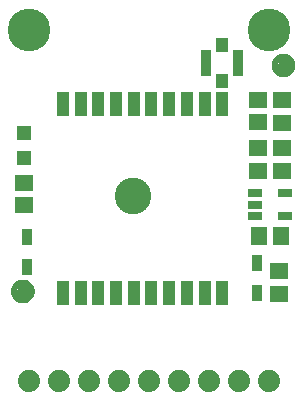
<source format=gbr>
G04 EAGLE Gerber RS-274X export*
G75*
%MOMM*%
%FSLAX34Y34*%
%LPD*%
%INSoldermask Top*%
%IPPOS*%
%AMOC8*
5,1,8,0,0,1.08239X$1,22.5*%
G01*
%ADD10R,1.101600X2.101600*%
%ADD11C,3.101600*%
%ADD12R,1.301600X0.651600*%
%ADD13R,1.301600X1.301600*%
%ADD14R,1.601600X1.341600*%
%ADD15C,3.617600*%
%ADD16R,1.341600X1.601600*%
%ADD17R,0.901600X1.451600*%
%ADD18C,1.101600*%
%ADD19C,0.500000*%
%ADD20R,0.951600X2.301600*%
%ADD21R,1.101600X1.151600*%
%ADD22C,1.879600*%


D10*
X54420Y95260D03*
X69420Y95260D03*
X84420Y95260D03*
X99420Y95260D03*
X114420Y95260D03*
X129420Y95260D03*
X144420Y95260D03*
X159420Y95260D03*
X174420Y95260D03*
X189420Y95260D03*
X189420Y255260D03*
X174420Y255260D03*
X159420Y255260D03*
X144420Y255260D03*
X129420Y255260D03*
X114420Y255260D03*
X99420Y255260D03*
X84420Y255260D03*
X69420Y255260D03*
X54420Y255260D03*
D11*
X113920Y177260D03*
D12*
X216869Y179440D03*
X216869Y169940D03*
X216869Y160440D03*
X242871Y160440D03*
X242871Y179440D03*
D13*
X21830Y209210D03*
X21830Y230210D03*
D14*
X21350Y169570D03*
X21350Y188570D03*
X219710Y239660D03*
X219710Y258660D03*
X219710Y217540D03*
X219710Y198540D03*
X240030Y239180D03*
X240030Y258180D03*
X240030Y198540D03*
X240030Y217540D03*
D15*
X25400Y317500D03*
X228600Y317500D03*
D16*
X220370Y143270D03*
X239370Y143270D03*
D17*
X218440Y95250D03*
X218440Y120650D03*
D14*
X237250Y94640D03*
X237250Y113640D03*
D18*
X241300Y287655D03*
D19*
X241300Y295155D02*
X241119Y295153D01*
X240938Y295146D01*
X240757Y295135D01*
X240576Y295120D01*
X240396Y295100D01*
X240216Y295076D01*
X240037Y295048D01*
X239859Y295015D01*
X239682Y294978D01*
X239505Y294937D01*
X239330Y294892D01*
X239155Y294842D01*
X238982Y294788D01*
X238811Y294730D01*
X238640Y294668D01*
X238472Y294601D01*
X238305Y294531D01*
X238139Y294457D01*
X237976Y294378D01*
X237815Y294296D01*
X237655Y294210D01*
X237498Y294120D01*
X237343Y294026D01*
X237190Y293929D01*
X237040Y293827D01*
X236892Y293723D01*
X236746Y293614D01*
X236604Y293503D01*
X236464Y293387D01*
X236327Y293269D01*
X236192Y293147D01*
X236061Y293022D01*
X235933Y292894D01*
X235808Y292763D01*
X235686Y292628D01*
X235568Y292491D01*
X235452Y292351D01*
X235341Y292209D01*
X235232Y292063D01*
X235128Y291915D01*
X235026Y291765D01*
X234929Y291612D01*
X234835Y291457D01*
X234745Y291300D01*
X234659Y291140D01*
X234577Y290979D01*
X234498Y290816D01*
X234424Y290650D01*
X234354Y290483D01*
X234287Y290315D01*
X234225Y290144D01*
X234167Y289973D01*
X234113Y289800D01*
X234063Y289625D01*
X234018Y289450D01*
X233977Y289273D01*
X233940Y289096D01*
X233907Y288918D01*
X233879Y288739D01*
X233855Y288559D01*
X233835Y288379D01*
X233820Y288198D01*
X233809Y288017D01*
X233802Y287836D01*
X233800Y287655D01*
X241300Y295155D02*
X241481Y295153D01*
X241662Y295146D01*
X241843Y295135D01*
X242024Y295120D01*
X242204Y295100D01*
X242384Y295076D01*
X242563Y295048D01*
X242741Y295015D01*
X242918Y294978D01*
X243095Y294937D01*
X243270Y294892D01*
X243445Y294842D01*
X243618Y294788D01*
X243789Y294730D01*
X243960Y294668D01*
X244128Y294601D01*
X244295Y294531D01*
X244461Y294457D01*
X244624Y294378D01*
X244785Y294296D01*
X244945Y294210D01*
X245102Y294120D01*
X245257Y294026D01*
X245410Y293929D01*
X245560Y293827D01*
X245708Y293723D01*
X245854Y293614D01*
X245996Y293503D01*
X246136Y293387D01*
X246273Y293269D01*
X246408Y293147D01*
X246539Y293022D01*
X246667Y292894D01*
X246792Y292763D01*
X246914Y292628D01*
X247032Y292491D01*
X247148Y292351D01*
X247259Y292209D01*
X247368Y292063D01*
X247472Y291915D01*
X247574Y291765D01*
X247671Y291612D01*
X247765Y291457D01*
X247855Y291300D01*
X247941Y291140D01*
X248023Y290979D01*
X248102Y290816D01*
X248176Y290650D01*
X248246Y290483D01*
X248313Y290315D01*
X248375Y290144D01*
X248433Y289973D01*
X248487Y289800D01*
X248537Y289625D01*
X248582Y289450D01*
X248623Y289273D01*
X248660Y289096D01*
X248693Y288918D01*
X248721Y288739D01*
X248745Y288559D01*
X248765Y288379D01*
X248780Y288198D01*
X248791Y288017D01*
X248798Y287836D01*
X248800Y287655D01*
X248798Y287474D01*
X248791Y287293D01*
X248780Y287112D01*
X248765Y286931D01*
X248745Y286751D01*
X248721Y286571D01*
X248693Y286392D01*
X248660Y286214D01*
X248623Y286037D01*
X248582Y285860D01*
X248537Y285685D01*
X248487Y285510D01*
X248433Y285337D01*
X248375Y285166D01*
X248313Y284995D01*
X248246Y284827D01*
X248176Y284660D01*
X248102Y284494D01*
X248023Y284331D01*
X247941Y284170D01*
X247855Y284010D01*
X247765Y283853D01*
X247671Y283698D01*
X247574Y283545D01*
X247472Y283395D01*
X247368Y283247D01*
X247259Y283101D01*
X247148Y282959D01*
X247032Y282819D01*
X246914Y282682D01*
X246792Y282547D01*
X246667Y282416D01*
X246539Y282288D01*
X246408Y282163D01*
X246273Y282041D01*
X246136Y281923D01*
X245996Y281807D01*
X245854Y281696D01*
X245708Y281587D01*
X245560Y281483D01*
X245410Y281381D01*
X245257Y281284D01*
X245102Y281190D01*
X244945Y281100D01*
X244785Y281014D01*
X244624Y280932D01*
X244461Y280853D01*
X244295Y280779D01*
X244128Y280709D01*
X243960Y280642D01*
X243789Y280580D01*
X243618Y280522D01*
X243445Y280468D01*
X243270Y280418D01*
X243095Y280373D01*
X242918Y280332D01*
X242741Y280295D01*
X242563Y280262D01*
X242384Y280234D01*
X242204Y280210D01*
X242024Y280190D01*
X241843Y280175D01*
X241662Y280164D01*
X241481Y280157D01*
X241300Y280155D01*
X241119Y280157D01*
X240938Y280164D01*
X240757Y280175D01*
X240576Y280190D01*
X240396Y280210D01*
X240216Y280234D01*
X240037Y280262D01*
X239859Y280295D01*
X239682Y280332D01*
X239505Y280373D01*
X239330Y280418D01*
X239155Y280468D01*
X238982Y280522D01*
X238811Y280580D01*
X238640Y280642D01*
X238472Y280709D01*
X238305Y280779D01*
X238139Y280853D01*
X237976Y280932D01*
X237815Y281014D01*
X237655Y281100D01*
X237498Y281190D01*
X237343Y281284D01*
X237190Y281381D01*
X237040Y281483D01*
X236892Y281587D01*
X236746Y281696D01*
X236604Y281807D01*
X236464Y281923D01*
X236327Y282041D01*
X236192Y282163D01*
X236061Y282288D01*
X235933Y282416D01*
X235808Y282547D01*
X235686Y282682D01*
X235568Y282819D01*
X235452Y282959D01*
X235341Y283101D01*
X235232Y283247D01*
X235128Y283395D01*
X235026Y283545D01*
X234929Y283698D01*
X234835Y283853D01*
X234745Y284010D01*
X234659Y284170D01*
X234577Y284331D01*
X234498Y284494D01*
X234424Y284660D01*
X234354Y284827D01*
X234287Y284995D01*
X234225Y285166D01*
X234167Y285337D01*
X234113Y285510D01*
X234063Y285685D01*
X234018Y285860D01*
X233977Y286037D01*
X233940Y286214D01*
X233907Y286392D01*
X233879Y286571D01*
X233855Y286751D01*
X233835Y286931D01*
X233820Y287112D01*
X233809Y287293D01*
X233802Y287474D01*
X233800Y287655D01*
D18*
X20550Y96335D03*
D19*
X20550Y103835D02*
X20369Y103833D01*
X20188Y103826D01*
X20007Y103815D01*
X19826Y103800D01*
X19646Y103780D01*
X19466Y103756D01*
X19287Y103728D01*
X19109Y103695D01*
X18932Y103658D01*
X18755Y103617D01*
X18580Y103572D01*
X18405Y103522D01*
X18232Y103468D01*
X18061Y103410D01*
X17890Y103348D01*
X17722Y103281D01*
X17555Y103211D01*
X17389Y103137D01*
X17226Y103058D01*
X17065Y102976D01*
X16905Y102890D01*
X16748Y102800D01*
X16593Y102706D01*
X16440Y102609D01*
X16290Y102507D01*
X16142Y102403D01*
X15996Y102294D01*
X15854Y102183D01*
X15714Y102067D01*
X15577Y101949D01*
X15442Y101827D01*
X15311Y101702D01*
X15183Y101574D01*
X15058Y101443D01*
X14936Y101308D01*
X14818Y101171D01*
X14702Y101031D01*
X14591Y100889D01*
X14482Y100743D01*
X14378Y100595D01*
X14276Y100445D01*
X14179Y100292D01*
X14085Y100137D01*
X13995Y99980D01*
X13909Y99820D01*
X13827Y99659D01*
X13748Y99496D01*
X13674Y99330D01*
X13604Y99163D01*
X13537Y98995D01*
X13475Y98824D01*
X13417Y98653D01*
X13363Y98480D01*
X13313Y98305D01*
X13268Y98130D01*
X13227Y97953D01*
X13190Y97776D01*
X13157Y97598D01*
X13129Y97419D01*
X13105Y97239D01*
X13085Y97059D01*
X13070Y96878D01*
X13059Y96697D01*
X13052Y96516D01*
X13050Y96335D01*
X20550Y103835D02*
X20731Y103833D01*
X20912Y103826D01*
X21093Y103815D01*
X21274Y103800D01*
X21454Y103780D01*
X21634Y103756D01*
X21813Y103728D01*
X21991Y103695D01*
X22168Y103658D01*
X22345Y103617D01*
X22520Y103572D01*
X22695Y103522D01*
X22868Y103468D01*
X23039Y103410D01*
X23210Y103348D01*
X23378Y103281D01*
X23545Y103211D01*
X23711Y103137D01*
X23874Y103058D01*
X24035Y102976D01*
X24195Y102890D01*
X24352Y102800D01*
X24507Y102706D01*
X24660Y102609D01*
X24810Y102507D01*
X24958Y102403D01*
X25104Y102294D01*
X25246Y102183D01*
X25386Y102067D01*
X25523Y101949D01*
X25658Y101827D01*
X25789Y101702D01*
X25917Y101574D01*
X26042Y101443D01*
X26164Y101308D01*
X26282Y101171D01*
X26398Y101031D01*
X26509Y100889D01*
X26618Y100743D01*
X26722Y100595D01*
X26824Y100445D01*
X26921Y100292D01*
X27015Y100137D01*
X27105Y99980D01*
X27191Y99820D01*
X27273Y99659D01*
X27352Y99496D01*
X27426Y99330D01*
X27496Y99163D01*
X27563Y98995D01*
X27625Y98824D01*
X27683Y98653D01*
X27737Y98480D01*
X27787Y98305D01*
X27832Y98130D01*
X27873Y97953D01*
X27910Y97776D01*
X27943Y97598D01*
X27971Y97419D01*
X27995Y97239D01*
X28015Y97059D01*
X28030Y96878D01*
X28041Y96697D01*
X28048Y96516D01*
X28050Y96335D01*
X28048Y96154D01*
X28041Y95973D01*
X28030Y95792D01*
X28015Y95611D01*
X27995Y95431D01*
X27971Y95251D01*
X27943Y95072D01*
X27910Y94894D01*
X27873Y94717D01*
X27832Y94540D01*
X27787Y94365D01*
X27737Y94190D01*
X27683Y94017D01*
X27625Y93846D01*
X27563Y93675D01*
X27496Y93507D01*
X27426Y93340D01*
X27352Y93174D01*
X27273Y93011D01*
X27191Y92850D01*
X27105Y92690D01*
X27015Y92533D01*
X26921Y92378D01*
X26824Y92225D01*
X26722Y92075D01*
X26618Y91927D01*
X26509Y91781D01*
X26398Y91639D01*
X26282Y91499D01*
X26164Y91362D01*
X26042Y91227D01*
X25917Y91096D01*
X25789Y90968D01*
X25658Y90843D01*
X25523Y90721D01*
X25386Y90603D01*
X25246Y90487D01*
X25104Y90376D01*
X24958Y90267D01*
X24810Y90163D01*
X24660Y90061D01*
X24507Y89964D01*
X24352Y89870D01*
X24195Y89780D01*
X24035Y89694D01*
X23874Y89612D01*
X23711Y89533D01*
X23545Y89459D01*
X23378Y89389D01*
X23210Y89322D01*
X23039Y89260D01*
X22868Y89202D01*
X22695Y89148D01*
X22520Y89098D01*
X22345Y89053D01*
X22168Y89012D01*
X21991Y88975D01*
X21813Y88942D01*
X21634Y88914D01*
X21454Y88890D01*
X21274Y88870D01*
X21093Y88855D01*
X20912Y88844D01*
X20731Y88837D01*
X20550Y88835D01*
X20369Y88837D01*
X20188Y88844D01*
X20007Y88855D01*
X19826Y88870D01*
X19646Y88890D01*
X19466Y88914D01*
X19287Y88942D01*
X19109Y88975D01*
X18932Y89012D01*
X18755Y89053D01*
X18580Y89098D01*
X18405Y89148D01*
X18232Y89202D01*
X18061Y89260D01*
X17890Y89322D01*
X17722Y89389D01*
X17555Y89459D01*
X17389Y89533D01*
X17226Y89612D01*
X17065Y89694D01*
X16905Y89780D01*
X16748Y89870D01*
X16593Y89964D01*
X16440Y90061D01*
X16290Y90163D01*
X16142Y90267D01*
X15996Y90376D01*
X15854Y90487D01*
X15714Y90603D01*
X15577Y90721D01*
X15442Y90843D01*
X15311Y90968D01*
X15183Y91096D01*
X15058Y91227D01*
X14936Y91362D01*
X14818Y91499D01*
X14702Y91639D01*
X14591Y91781D01*
X14482Y91927D01*
X14378Y92075D01*
X14276Y92225D01*
X14179Y92378D01*
X14085Y92533D01*
X13995Y92690D01*
X13909Y92850D01*
X13827Y93011D01*
X13748Y93174D01*
X13674Y93340D01*
X13604Y93507D01*
X13537Y93675D01*
X13475Y93846D01*
X13417Y94017D01*
X13363Y94190D01*
X13313Y94365D01*
X13268Y94540D01*
X13227Y94717D01*
X13190Y94894D01*
X13157Y95072D01*
X13129Y95251D01*
X13105Y95431D01*
X13085Y95611D01*
X13070Y95792D01*
X13059Y95973D01*
X13052Y96154D01*
X13050Y96335D01*
D20*
X202980Y289560D03*
X175480Y289560D03*
D21*
X189230Y274310D03*
X189230Y304810D03*
D22*
X228600Y20320D03*
X203200Y20320D03*
X177800Y20320D03*
X152400Y20320D03*
X127000Y20320D03*
X101600Y20320D03*
X76200Y20320D03*
X50800Y20320D03*
X25400Y20320D03*
D17*
X24130Y116840D03*
X24130Y142240D03*
M02*

</source>
